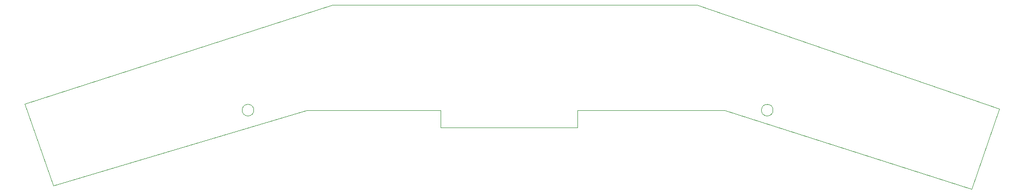
<source format=gbr>
G04 #@! TF.GenerationSoftware,KiCad,Pcbnew,5.1.1-8be2ce7~80~ubuntu18.04.1*
G04 #@! TF.CreationDate,2019-04-20T15:59:31+02:00*
G04 #@! TF.ProjectId,megazord,6d656761-7a6f-4726-942e-6b696361645f,rev?*
G04 #@! TF.SameCoordinates,Original*
G04 #@! TF.FileFunction,Profile,NP*
%FSLAX46Y46*%
G04 Gerber Fmt 4.6, Leading zero omitted, Abs format (unit mm)*
G04 Created by KiCad (PCBNEW 5.1.1-8be2ce7~80~ubuntu18.04.1) date 2019-04-20 15:59:31*
%MOMM*%
%LPD*%
G04 APERTURE LIST*
%ADD10C,0.050000*%
G04 APERTURE END LIST*
D10*
X67400000Y-73000000D02*
G75*
G03X67400000Y-73000000I-1000000J0D01*
G01*
X80900000Y-54900000D02*
X28100000Y-71900000D01*
X99400000Y-73000000D02*
X99400000Y-76000000D01*
X143400000Y-54900000D02*
X80900000Y-54900000D01*
X122900000Y-73000000D02*
X148100000Y-73000000D01*
X122900000Y-76000000D02*
X122900000Y-73000000D01*
X99400000Y-76000000D02*
X122900000Y-76000000D01*
X76500000Y-73000000D02*
X99400000Y-73000000D01*
X156400000Y-73000000D02*
G75*
G03X156400000Y-73000000I-1000000J0D01*
G01*
X195200000Y-72800000D02*
X143400000Y-54900000D01*
X190400000Y-86600000D02*
X195200000Y-72800000D01*
X148100000Y-73000000D02*
X190400000Y-86600000D01*
X28100000Y-71900000D02*
X33000000Y-86000000D01*
X33000000Y-86000000D02*
X76500000Y-73000000D01*
M02*

</source>
